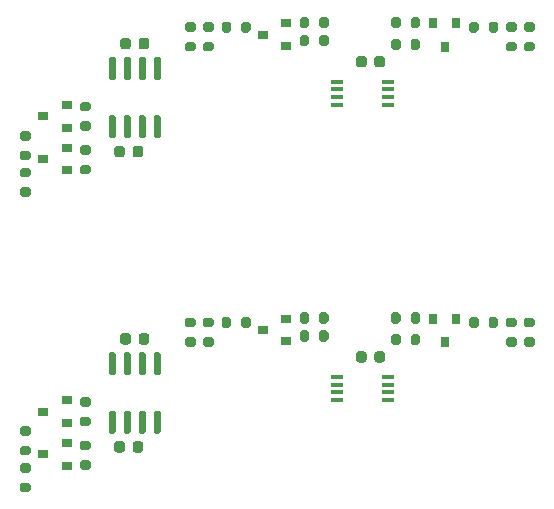
<source format=gbr>
%TF.GenerationSoftware,KiCad,Pcbnew,(5.1.10)-1*%
%TF.CreationDate,2022-01-18T18:11:06+07:00*%
%TF.ProjectId,Fan_controller_v3_pnlz1x2,46616e5f-636f-46e7-9472-6f6c6c65725f,rev?*%
%TF.SameCoordinates,Original*%
%TF.FileFunction,Paste,Top*%
%TF.FilePolarity,Positive*%
%FSLAX46Y46*%
G04 Gerber Fmt 4.6, Leading zero omitted, Abs format (unit mm)*
G04 Created by KiCad (PCBNEW (5.1.10)-1) date 2022-01-18 18:11:06*
%MOMM*%
%LPD*%
G01*
G04 APERTURE LIST*
%ADD10R,0.900000X0.800000*%
%ADD11R,0.800000X0.900000*%
%ADD12R,1.100000X0.400000*%
G04 APERTURE END LIST*
%TO.C,C13*%
G36*
G01*
X75945000Y-67549000D02*
X75945000Y-68049000D01*
G75*
G02*
X75720000Y-68274000I-225000J0D01*
G01*
X75270000Y-68274000D01*
G75*
G02*
X75045000Y-68049000I0J225000D01*
G01*
X75045000Y-67549000D01*
G75*
G02*
X75270000Y-67324000I225000J0D01*
G01*
X75720000Y-67324000D01*
G75*
G02*
X75945000Y-67549000I0J-225000D01*
G01*
G37*
G36*
G01*
X74395000Y-67549000D02*
X74395000Y-68049000D01*
G75*
G02*
X74170000Y-68274000I-225000J0D01*
G01*
X73720000Y-68274000D01*
G75*
G02*
X73495000Y-68049000I0J225000D01*
G01*
X73495000Y-67549000D01*
G75*
G02*
X73720000Y-67324000I225000J0D01*
G01*
X74170000Y-67324000D01*
G75*
G02*
X74395000Y-67549000I0J-225000D01*
G01*
G37*
%TD*%
D10*
%TO.C,Q3*%
X49021000Y-77004000D03*
X49021000Y-75104000D03*
X47021000Y-76054000D03*
%TD*%
%TO.C,Q4*%
X49021000Y-73382000D03*
X49021000Y-71482000D03*
X47021000Y-72432000D03*
%TD*%
%TO.C,R6*%
G36*
G01*
X64565000Y-64603000D02*
X64565000Y-65153000D01*
G75*
G02*
X64365000Y-65353000I-200000J0D01*
G01*
X63965000Y-65353000D01*
G75*
G02*
X63765000Y-65153000I0J200000D01*
G01*
X63765000Y-64603000D01*
G75*
G02*
X63965000Y-64403000I200000J0D01*
G01*
X64365000Y-64403000D01*
G75*
G02*
X64565000Y-64603000I0J-200000D01*
G01*
G37*
G36*
G01*
X62915000Y-64603000D02*
X62915000Y-65153000D01*
G75*
G02*
X62715000Y-65353000I-200000J0D01*
G01*
X62315000Y-65353000D01*
G75*
G02*
X62115000Y-65153000I0J200000D01*
G01*
X62115000Y-64603000D01*
G75*
G02*
X62315000Y-64403000I200000J0D01*
G01*
X62715000Y-64403000D01*
G75*
G02*
X62915000Y-64603000I0J-200000D01*
G01*
G37*
%TD*%
%TO.C,R18*%
G36*
G01*
X83071000Y-65153000D02*
X83071000Y-64603000D01*
G75*
G02*
X83271000Y-64403000I200000J0D01*
G01*
X83671000Y-64403000D01*
G75*
G02*
X83871000Y-64603000I0J-200000D01*
G01*
X83871000Y-65153000D01*
G75*
G02*
X83671000Y-65353000I-200000J0D01*
G01*
X83271000Y-65353000D01*
G75*
G02*
X83071000Y-65153000I0J200000D01*
G01*
G37*
G36*
G01*
X84721000Y-65153000D02*
X84721000Y-64603000D01*
G75*
G02*
X84921000Y-64403000I200000J0D01*
G01*
X85321000Y-64403000D01*
G75*
G02*
X85521000Y-64603000I0J-200000D01*
G01*
X85521000Y-65153000D01*
G75*
G02*
X85321000Y-65353000I-200000J0D01*
G01*
X84921000Y-65353000D01*
G75*
G02*
X84721000Y-65153000I0J200000D01*
G01*
G37*
%TD*%
%TO.C,R9*%
G36*
G01*
X60716000Y-64479000D02*
X61266000Y-64479000D01*
G75*
G02*
X61466000Y-64679000I0J-200000D01*
G01*
X61466000Y-65079000D01*
G75*
G02*
X61266000Y-65279000I-200000J0D01*
G01*
X60716000Y-65279000D01*
G75*
G02*
X60516000Y-65079000I0J200000D01*
G01*
X60516000Y-64679000D01*
G75*
G02*
X60716000Y-64479000I200000J0D01*
G01*
G37*
G36*
G01*
X60716000Y-66129000D02*
X61266000Y-66129000D01*
G75*
G02*
X61466000Y-66329000I0J-200000D01*
G01*
X61466000Y-66729000D01*
G75*
G02*
X61266000Y-66929000I-200000J0D01*
G01*
X60716000Y-66929000D01*
G75*
G02*
X60516000Y-66729000I0J200000D01*
G01*
X60516000Y-66329000D01*
G75*
G02*
X60716000Y-66129000I200000J0D01*
G01*
G37*
%TD*%
%TO.C,R10*%
G36*
G01*
X59192000Y-64479000D02*
X59742000Y-64479000D01*
G75*
G02*
X59942000Y-64679000I0J-200000D01*
G01*
X59942000Y-65079000D01*
G75*
G02*
X59742000Y-65279000I-200000J0D01*
G01*
X59192000Y-65279000D01*
G75*
G02*
X58992000Y-65079000I0J200000D01*
G01*
X58992000Y-64679000D01*
G75*
G02*
X59192000Y-64479000I200000J0D01*
G01*
G37*
G36*
G01*
X59192000Y-66129000D02*
X59742000Y-66129000D01*
G75*
G02*
X59942000Y-66329000I0J-200000D01*
G01*
X59942000Y-66729000D01*
G75*
G02*
X59742000Y-66929000I-200000J0D01*
G01*
X59192000Y-66929000D01*
G75*
G02*
X58992000Y-66729000I0J200000D01*
G01*
X58992000Y-66329000D01*
G75*
G02*
X59192000Y-66129000I200000J0D01*
G01*
G37*
%TD*%
%TO.C,R19*%
G36*
G01*
X87894000Y-64479000D02*
X88444000Y-64479000D01*
G75*
G02*
X88644000Y-64679000I0J-200000D01*
G01*
X88644000Y-65079000D01*
G75*
G02*
X88444000Y-65279000I-200000J0D01*
G01*
X87894000Y-65279000D01*
G75*
G02*
X87694000Y-65079000I0J200000D01*
G01*
X87694000Y-64679000D01*
G75*
G02*
X87894000Y-64479000I200000J0D01*
G01*
G37*
G36*
G01*
X87894000Y-66129000D02*
X88444000Y-66129000D01*
G75*
G02*
X88644000Y-66329000I0J-200000D01*
G01*
X88644000Y-66729000D01*
G75*
G02*
X88444000Y-66929000I-200000J0D01*
G01*
X87894000Y-66929000D01*
G75*
G02*
X87694000Y-66729000I0J200000D01*
G01*
X87694000Y-66329000D01*
G75*
G02*
X87894000Y-66129000I200000J0D01*
G01*
G37*
%TD*%
%TO.C,R20*%
G36*
G01*
X86370000Y-64479000D02*
X86920000Y-64479000D01*
G75*
G02*
X87120000Y-64679000I0J-200000D01*
G01*
X87120000Y-65079000D01*
G75*
G02*
X86920000Y-65279000I-200000J0D01*
G01*
X86370000Y-65279000D01*
G75*
G02*
X86170000Y-65079000I0J200000D01*
G01*
X86170000Y-64679000D01*
G75*
G02*
X86370000Y-64479000I200000J0D01*
G01*
G37*
G36*
G01*
X86370000Y-66129000D02*
X86920000Y-66129000D01*
G75*
G02*
X87120000Y-66329000I0J-200000D01*
G01*
X87120000Y-66729000D01*
G75*
G02*
X86920000Y-66929000I-200000J0D01*
G01*
X86370000Y-66929000D01*
G75*
G02*
X86170000Y-66729000I0J200000D01*
G01*
X86170000Y-66329000D01*
G75*
G02*
X86370000Y-66129000I200000J0D01*
G01*
G37*
%TD*%
%TO.C,R7*%
G36*
G01*
X45222000Y-76797000D02*
X45772000Y-76797000D01*
G75*
G02*
X45972000Y-76997000I0J-200000D01*
G01*
X45972000Y-77397000D01*
G75*
G02*
X45772000Y-77597000I-200000J0D01*
G01*
X45222000Y-77597000D01*
G75*
G02*
X45022000Y-77397000I0J200000D01*
G01*
X45022000Y-76997000D01*
G75*
G02*
X45222000Y-76797000I200000J0D01*
G01*
G37*
G36*
G01*
X45222000Y-78447000D02*
X45772000Y-78447000D01*
G75*
G02*
X45972000Y-78647000I0J-200000D01*
G01*
X45972000Y-79047000D01*
G75*
G02*
X45772000Y-79247000I-200000J0D01*
G01*
X45222000Y-79247000D01*
G75*
G02*
X45022000Y-79047000I0J200000D01*
G01*
X45022000Y-78647000D01*
G75*
G02*
X45222000Y-78447000I200000J0D01*
G01*
G37*
%TD*%
D11*
%TO.C,Q6*%
X81941000Y-64560500D03*
X80041000Y-64560500D03*
X80991000Y-66560500D03*
%TD*%
%TO.C,R2*%
G36*
G01*
X68719000Y-66296000D02*
X68719000Y-65746000D01*
G75*
G02*
X68919000Y-65546000I200000J0D01*
G01*
X69319000Y-65546000D01*
G75*
G02*
X69519000Y-65746000I0J-200000D01*
G01*
X69519000Y-66296000D01*
G75*
G02*
X69319000Y-66496000I-200000J0D01*
G01*
X68919000Y-66496000D01*
G75*
G02*
X68719000Y-66296000I0J200000D01*
G01*
G37*
G36*
G01*
X70369000Y-66296000D02*
X70369000Y-65746000D01*
G75*
G02*
X70569000Y-65546000I200000J0D01*
G01*
X70969000Y-65546000D01*
G75*
G02*
X71169000Y-65746000I0J-200000D01*
G01*
X71169000Y-66296000D01*
G75*
G02*
X70969000Y-66496000I-200000J0D01*
G01*
X70569000Y-66496000D01*
G75*
G02*
X70369000Y-66296000I0J200000D01*
G01*
G37*
%TD*%
%TO.C,R4*%
G36*
G01*
X71169000Y-64222000D02*
X71169000Y-64772000D01*
G75*
G02*
X70969000Y-64972000I-200000J0D01*
G01*
X70569000Y-64972000D01*
G75*
G02*
X70369000Y-64772000I0J200000D01*
G01*
X70369000Y-64222000D01*
G75*
G02*
X70569000Y-64022000I200000J0D01*
G01*
X70969000Y-64022000D01*
G75*
G02*
X71169000Y-64222000I0J-200000D01*
G01*
G37*
G36*
G01*
X69519000Y-64222000D02*
X69519000Y-64772000D01*
G75*
G02*
X69319000Y-64972000I-200000J0D01*
G01*
X68919000Y-64972000D01*
G75*
G02*
X68719000Y-64772000I0J200000D01*
G01*
X68719000Y-64222000D01*
G75*
G02*
X68919000Y-64022000I200000J0D01*
G01*
X69319000Y-64022000D01*
G75*
G02*
X69519000Y-64222000I0J-200000D01*
G01*
G37*
%TD*%
%TO.C,R14*%
G36*
G01*
X76466000Y-66613500D02*
X76466000Y-66063500D01*
G75*
G02*
X76666000Y-65863500I200000J0D01*
G01*
X77066000Y-65863500D01*
G75*
G02*
X77266000Y-66063500I0J-200000D01*
G01*
X77266000Y-66613500D01*
G75*
G02*
X77066000Y-66813500I-200000J0D01*
G01*
X76666000Y-66813500D01*
G75*
G02*
X76466000Y-66613500I0J200000D01*
G01*
G37*
G36*
G01*
X78116000Y-66613500D02*
X78116000Y-66063500D01*
G75*
G02*
X78316000Y-65863500I200000J0D01*
G01*
X78716000Y-65863500D01*
G75*
G02*
X78916000Y-66063500I0J-200000D01*
G01*
X78916000Y-66613500D01*
G75*
G02*
X78716000Y-66813500I-200000J0D01*
G01*
X78316000Y-66813500D01*
G75*
G02*
X78116000Y-66613500I0J200000D01*
G01*
G37*
%TD*%
%TO.C,R8*%
G36*
G01*
X45772000Y-76136500D02*
X45222000Y-76136500D01*
G75*
G02*
X45022000Y-75936500I0J200000D01*
G01*
X45022000Y-75536500D01*
G75*
G02*
X45222000Y-75336500I200000J0D01*
G01*
X45772000Y-75336500D01*
G75*
G02*
X45972000Y-75536500I0J-200000D01*
G01*
X45972000Y-75936500D01*
G75*
G02*
X45772000Y-76136500I-200000J0D01*
G01*
G37*
G36*
G01*
X45772000Y-74486500D02*
X45222000Y-74486500D01*
G75*
G02*
X45022000Y-74286500I0J200000D01*
G01*
X45022000Y-73886500D01*
G75*
G02*
X45222000Y-73686500I200000J0D01*
G01*
X45772000Y-73686500D01*
G75*
G02*
X45972000Y-73886500I0J-200000D01*
G01*
X45972000Y-74286500D01*
G75*
G02*
X45772000Y-74486500I-200000J0D01*
G01*
G37*
%TD*%
%TO.C,R11*%
G36*
G01*
X50302000Y-74892000D02*
X50852000Y-74892000D01*
G75*
G02*
X51052000Y-75092000I0J-200000D01*
G01*
X51052000Y-75492000D01*
G75*
G02*
X50852000Y-75692000I-200000J0D01*
G01*
X50302000Y-75692000D01*
G75*
G02*
X50102000Y-75492000I0J200000D01*
G01*
X50102000Y-75092000D01*
G75*
G02*
X50302000Y-74892000I200000J0D01*
G01*
G37*
G36*
G01*
X50302000Y-76542000D02*
X50852000Y-76542000D01*
G75*
G02*
X51052000Y-76742000I0J-200000D01*
G01*
X51052000Y-77142000D01*
G75*
G02*
X50852000Y-77342000I-200000J0D01*
G01*
X50302000Y-77342000D01*
G75*
G02*
X50102000Y-77142000I0J200000D01*
G01*
X50102000Y-76742000D01*
G75*
G02*
X50302000Y-76542000I200000J0D01*
G01*
G37*
%TD*%
%TO.C,R12*%
G36*
G01*
X50302000Y-71209000D02*
X50852000Y-71209000D01*
G75*
G02*
X51052000Y-71409000I0J-200000D01*
G01*
X51052000Y-71809000D01*
G75*
G02*
X50852000Y-72009000I-200000J0D01*
G01*
X50302000Y-72009000D01*
G75*
G02*
X50102000Y-71809000I0J200000D01*
G01*
X50102000Y-71409000D01*
G75*
G02*
X50302000Y-71209000I200000J0D01*
G01*
G37*
G36*
G01*
X50302000Y-72859000D02*
X50852000Y-72859000D01*
G75*
G02*
X51052000Y-73059000I0J-200000D01*
G01*
X51052000Y-73459000D01*
G75*
G02*
X50852000Y-73659000I-200000J0D01*
G01*
X50302000Y-73659000D01*
G75*
G02*
X50102000Y-73459000I0J200000D01*
G01*
X50102000Y-73059000D01*
G75*
G02*
X50302000Y-72859000I200000J0D01*
G01*
G37*
%TD*%
%TO.C,R16*%
G36*
G01*
X76467000Y-64772000D02*
X76467000Y-64222000D01*
G75*
G02*
X76667000Y-64022000I200000J0D01*
G01*
X77067000Y-64022000D01*
G75*
G02*
X77267000Y-64222000I0J-200000D01*
G01*
X77267000Y-64772000D01*
G75*
G02*
X77067000Y-64972000I-200000J0D01*
G01*
X76667000Y-64972000D01*
G75*
G02*
X76467000Y-64772000I0J200000D01*
G01*
G37*
G36*
G01*
X78117000Y-64772000D02*
X78117000Y-64222000D01*
G75*
G02*
X78317000Y-64022000I200000J0D01*
G01*
X78717000Y-64022000D01*
G75*
G02*
X78917000Y-64222000I0J-200000D01*
G01*
X78917000Y-64772000D01*
G75*
G02*
X78717000Y-64972000I-200000J0D01*
G01*
X78317000Y-64972000D01*
G75*
G02*
X78117000Y-64772000I0J200000D01*
G01*
G37*
%TD*%
%TO.C,U1*%
G36*
G01*
X56523000Y-67397000D02*
X56823000Y-67397000D01*
G75*
G02*
X56973000Y-67547000I0J-150000D01*
G01*
X56973000Y-69197000D01*
G75*
G02*
X56823000Y-69347000I-150000J0D01*
G01*
X56523000Y-69347000D01*
G75*
G02*
X56373000Y-69197000I0J150000D01*
G01*
X56373000Y-67547000D01*
G75*
G02*
X56523000Y-67397000I150000J0D01*
G01*
G37*
G36*
G01*
X55253000Y-67397000D02*
X55553000Y-67397000D01*
G75*
G02*
X55703000Y-67547000I0J-150000D01*
G01*
X55703000Y-69197000D01*
G75*
G02*
X55553000Y-69347000I-150000J0D01*
G01*
X55253000Y-69347000D01*
G75*
G02*
X55103000Y-69197000I0J150000D01*
G01*
X55103000Y-67547000D01*
G75*
G02*
X55253000Y-67397000I150000J0D01*
G01*
G37*
G36*
G01*
X53983000Y-67397000D02*
X54283000Y-67397000D01*
G75*
G02*
X54433000Y-67547000I0J-150000D01*
G01*
X54433000Y-69197000D01*
G75*
G02*
X54283000Y-69347000I-150000J0D01*
G01*
X53983000Y-69347000D01*
G75*
G02*
X53833000Y-69197000I0J150000D01*
G01*
X53833000Y-67547000D01*
G75*
G02*
X53983000Y-67397000I150000J0D01*
G01*
G37*
G36*
G01*
X52713000Y-67397000D02*
X53013000Y-67397000D01*
G75*
G02*
X53163000Y-67547000I0J-150000D01*
G01*
X53163000Y-69197000D01*
G75*
G02*
X53013000Y-69347000I-150000J0D01*
G01*
X52713000Y-69347000D01*
G75*
G02*
X52563000Y-69197000I0J150000D01*
G01*
X52563000Y-67547000D01*
G75*
G02*
X52713000Y-67397000I150000J0D01*
G01*
G37*
G36*
G01*
X52713000Y-72347000D02*
X53013000Y-72347000D01*
G75*
G02*
X53163000Y-72497000I0J-150000D01*
G01*
X53163000Y-74147000D01*
G75*
G02*
X53013000Y-74297000I-150000J0D01*
G01*
X52713000Y-74297000D01*
G75*
G02*
X52563000Y-74147000I0J150000D01*
G01*
X52563000Y-72497000D01*
G75*
G02*
X52713000Y-72347000I150000J0D01*
G01*
G37*
G36*
G01*
X53983000Y-72347000D02*
X54283000Y-72347000D01*
G75*
G02*
X54433000Y-72497000I0J-150000D01*
G01*
X54433000Y-74147000D01*
G75*
G02*
X54283000Y-74297000I-150000J0D01*
G01*
X53983000Y-74297000D01*
G75*
G02*
X53833000Y-74147000I0J150000D01*
G01*
X53833000Y-72497000D01*
G75*
G02*
X53983000Y-72347000I150000J0D01*
G01*
G37*
G36*
G01*
X55253000Y-72347000D02*
X55553000Y-72347000D01*
G75*
G02*
X55703000Y-72497000I0J-150000D01*
G01*
X55703000Y-74147000D01*
G75*
G02*
X55553000Y-74297000I-150000J0D01*
G01*
X55253000Y-74297000D01*
G75*
G02*
X55103000Y-74147000I0J150000D01*
G01*
X55103000Y-72497000D01*
G75*
G02*
X55253000Y-72347000I150000J0D01*
G01*
G37*
G36*
G01*
X56523000Y-72347000D02*
X56823000Y-72347000D01*
G75*
G02*
X56973000Y-72497000I0J-150000D01*
G01*
X56973000Y-74147000D01*
G75*
G02*
X56823000Y-74297000I-150000J0D01*
G01*
X56523000Y-74297000D01*
G75*
G02*
X56373000Y-74147000I0J150000D01*
G01*
X56373000Y-72497000D01*
G75*
G02*
X56523000Y-72347000I150000J0D01*
G01*
G37*
%TD*%
D12*
%TO.C,U2*%
X71922000Y-69491000D03*
X71922000Y-70141000D03*
X71922000Y-70791000D03*
X71922000Y-71441000D03*
X76222000Y-71441000D03*
X76222000Y-70791000D03*
X76222000Y-70141000D03*
X76222000Y-69491000D03*
%TD*%
%TO.C,C8*%
G36*
G01*
X53530000Y-66525000D02*
X53530000Y-66025000D01*
G75*
G02*
X53755000Y-65800000I225000J0D01*
G01*
X54205000Y-65800000D01*
G75*
G02*
X54430000Y-66025000I0J-225000D01*
G01*
X54430000Y-66525000D01*
G75*
G02*
X54205000Y-66750000I-225000J0D01*
G01*
X53755000Y-66750000D01*
G75*
G02*
X53530000Y-66525000I0J225000D01*
G01*
G37*
G36*
G01*
X55080000Y-66525000D02*
X55080000Y-66025000D01*
G75*
G02*
X55305000Y-65800000I225000J0D01*
G01*
X55755000Y-65800000D01*
G75*
G02*
X55980000Y-66025000I0J-225000D01*
G01*
X55980000Y-66525000D01*
G75*
G02*
X55755000Y-66750000I-225000J0D01*
G01*
X55305000Y-66750000D01*
G75*
G02*
X55080000Y-66525000I0J225000D01*
G01*
G37*
%TD*%
%TO.C,C10*%
G36*
G01*
X53022000Y-75669000D02*
X53022000Y-75169000D01*
G75*
G02*
X53247000Y-74944000I225000J0D01*
G01*
X53697000Y-74944000D01*
G75*
G02*
X53922000Y-75169000I0J-225000D01*
G01*
X53922000Y-75669000D01*
G75*
G02*
X53697000Y-75894000I-225000J0D01*
G01*
X53247000Y-75894000D01*
G75*
G02*
X53022000Y-75669000I0J225000D01*
G01*
G37*
G36*
G01*
X54572000Y-75669000D02*
X54572000Y-75169000D01*
G75*
G02*
X54797000Y-74944000I225000J0D01*
G01*
X55247000Y-74944000D01*
G75*
G02*
X55472000Y-75169000I0J-225000D01*
G01*
X55472000Y-75669000D01*
G75*
G02*
X55247000Y-75894000I-225000J0D01*
G01*
X54797000Y-75894000D01*
G75*
G02*
X54572000Y-75669000I0J225000D01*
G01*
G37*
%TD*%
D10*
%TO.C,Q2*%
X67595000Y-66460500D03*
X67595000Y-64560500D03*
X65595000Y-65510500D03*
%TD*%
%TO.C,U1*%
G36*
G01*
X56523000Y-47347000D02*
X56823000Y-47347000D01*
G75*
G02*
X56973000Y-47497000I0J-150000D01*
G01*
X56973000Y-49147000D01*
G75*
G02*
X56823000Y-49297000I-150000J0D01*
G01*
X56523000Y-49297000D01*
G75*
G02*
X56373000Y-49147000I0J150000D01*
G01*
X56373000Y-47497000D01*
G75*
G02*
X56523000Y-47347000I150000J0D01*
G01*
G37*
G36*
G01*
X55253000Y-47347000D02*
X55553000Y-47347000D01*
G75*
G02*
X55703000Y-47497000I0J-150000D01*
G01*
X55703000Y-49147000D01*
G75*
G02*
X55553000Y-49297000I-150000J0D01*
G01*
X55253000Y-49297000D01*
G75*
G02*
X55103000Y-49147000I0J150000D01*
G01*
X55103000Y-47497000D01*
G75*
G02*
X55253000Y-47347000I150000J0D01*
G01*
G37*
G36*
G01*
X53983000Y-47347000D02*
X54283000Y-47347000D01*
G75*
G02*
X54433000Y-47497000I0J-150000D01*
G01*
X54433000Y-49147000D01*
G75*
G02*
X54283000Y-49297000I-150000J0D01*
G01*
X53983000Y-49297000D01*
G75*
G02*
X53833000Y-49147000I0J150000D01*
G01*
X53833000Y-47497000D01*
G75*
G02*
X53983000Y-47347000I150000J0D01*
G01*
G37*
G36*
G01*
X52713000Y-47347000D02*
X53013000Y-47347000D01*
G75*
G02*
X53163000Y-47497000I0J-150000D01*
G01*
X53163000Y-49147000D01*
G75*
G02*
X53013000Y-49297000I-150000J0D01*
G01*
X52713000Y-49297000D01*
G75*
G02*
X52563000Y-49147000I0J150000D01*
G01*
X52563000Y-47497000D01*
G75*
G02*
X52713000Y-47347000I150000J0D01*
G01*
G37*
G36*
G01*
X52713000Y-42397000D02*
X53013000Y-42397000D01*
G75*
G02*
X53163000Y-42547000I0J-150000D01*
G01*
X53163000Y-44197000D01*
G75*
G02*
X53013000Y-44347000I-150000J0D01*
G01*
X52713000Y-44347000D01*
G75*
G02*
X52563000Y-44197000I0J150000D01*
G01*
X52563000Y-42547000D01*
G75*
G02*
X52713000Y-42397000I150000J0D01*
G01*
G37*
G36*
G01*
X53983000Y-42397000D02*
X54283000Y-42397000D01*
G75*
G02*
X54433000Y-42547000I0J-150000D01*
G01*
X54433000Y-44197000D01*
G75*
G02*
X54283000Y-44347000I-150000J0D01*
G01*
X53983000Y-44347000D01*
G75*
G02*
X53833000Y-44197000I0J150000D01*
G01*
X53833000Y-42547000D01*
G75*
G02*
X53983000Y-42397000I150000J0D01*
G01*
G37*
G36*
G01*
X55253000Y-42397000D02*
X55553000Y-42397000D01*
G75*
G02*
X55703000Y-42547000I0J-150000D01*
G01*
X55703000Y-44197000D01*
G75*
G02*
X55553000Y-44347000I-150000J0D01*
G01*
X55253000Y-44347000D01*
G75*
G02*
X55103000Y-44197000I0J150000D01*
G01*
X55103000Y-42547000D01*
G75*
G02*
X55253000Y-42397000I150000J0D01*
G01*
G37*
G36*
G01*
X56523000Y-42397000D02*
X56823000Y-42397000D01*
G75*
G02*
X56973000Y-42547000I0J-150000D01*
G01*
X56973000Y-44197000D01*
G75*
G02*
X56823000Y-44347000I-150000J0D01*
G01*
X56523000Y-44347000D01*
G75*
G02*
X56373000Y-44197000I0J150000D01*
G01*
X56373000Y-42547000D01*
G75*
G02*
X56523000Y-42397000I150000J0D01*
G01*
G37*
%TD*%
%TO.C,R16*%
G36*
G01*
X78117000Y-39772000D02*
X78117000Y-39222000D01*
G75*
G02*
X78317000Y-39022000I200000J0D01*
G01*
X78717000Y-39022000D01*
G75*
G02*
X78917000Y-39222000I0J-200000D01*
G01*
X78917000Y-39772000D01*
G75*
G02*
X78717000Y-39972000I-200000J0D01*
G01*
X78317000Y-39972000D01*
G75*
G02*
X78117000Y-39772000I0J200000D01*
G01*
G37*
G36*
G01*
X76467000Y-39772000D02*
X76467000Y-39222000D01*
G75*
G02*
X76667000Y-39022000I200000J0D01*
G01*
X77067000Y-39022000D01*
G75*
G02*
X77267000Y-39222000I0J-200000D01*
G01*
X77267000Y-39772000D01*
G75*
G02*
X77067000Y-39972000I-200000J0D01*
G01*
X76667000Y-39972000D01*
G75*
G02*
X76467000Y-39772000I0J200000D01*
G01*
G37*
%TD*%
%TO.C,R14*%
G36*
G01*
X78116000Y-41613500D02*
X78116000Y-41063500D01*
G75*
G02*
X78316000Y-40863500I200000J0D01*
G01*
X78716000Y-40863500D01*
G75*
G02*
X78916000Y-41063500I0J-200000D01*
G01*
X78916000Y-41613500D01*
G75*
G02*
X78716000Y-41813500I-200000J0D01*
G01*
X78316000Y-41813500D01*
G75*
G02*
X78116000Y-41613500I0J200000D01*
G01*
G37*
G36*
G01*
X76466000Y-41613500D02*
X76466000Y-41063500D01*
G75*
G02*
X76666000Y-40863500I200000J0D01*
G01*
X77066000Y-40863500D01*
G75*
G02*
X77266000Y-41063500I0J-200000D01*
G01*
X77266000Y-41613500D01*
G75*
G02*
X77066000Y-41813500I-200000J0D01*
G01*
X76666000Y-41813500D01*
G75*
G02*
X76466000Y-41613500I0J200000D01*
G01*
G37*
%TD*%
%TO.C,R4*%
G36*
G01*
X69519000Y-39222000D02*
X69519000Y-39772000D01*
G75*
G02*
X69319000Y-39972000I-200000J0D01*
G01*
X68919000Y-39972000D01*
G75*
G02*
X68719000Y-39772000I0J200000D01*
G01*
X68719000Y-39222000D01*
G75*
G02*
X68919000Y-39022000I200000J0D01*
G01*
X69319000Y-39022000D01*
G75*
G02*
X69519000Y-39222000I0J-200000D01*
G01*
G37*
G36*
G01*
X71169000Y-39222000D02*
X71169000Y-39772000D01*
G75*
G02*
X70969000Y-39972000I-200000J0D01*
G01*
X70569000Y-39972000D01*
G75*
G02*
X70369000Y-39772000I0J200000D01*
G01*
X70369000Y-39222000D01*
G75*
G02*
X70569000Y-39022000I200000J0D01*
G01*
X70969000Y-39022000D01*
G75*
G02*
X71169000Y-39222000I0J-200000D01*
G01*
G37*
%TD*%
%TO.C,R2*%
G36*
G01*
X70369000Y-41296000D02*
X70369000Y-40746000D01*
G75*
G02*
X70569000Y-40546000I200000J0D01*
G01*
X70969000Y-40546000D01*
G75*
G02*
X71169000Y-40746000I0J-200000D01*
G01*
X71169000Y-41296000D01*
G75*
G02*
X70969000Y-41496000I-200000J0D01*
G01*
X70569000Y-41496000D01*
G75*
G02*
X70369000Y-41296000I0J200000D01*
G01*
G37*
G36*
G01*
X68719000Y-41296000D02*
X68719000Y-40746000D01*
G75*
G02*
X68919000Y-40546000I200000J0D01*
G01*
X69319000Y-40546000D01*
G75*
G02*
X69519000Y-40746000I0J-200000D01*
G01*
X69519000Y-41296000D01*
G75*
G02*
X69319000Y-41496000I-200000J0D01*
G01*
X68919000Y-41496000D01*
G75*
G02*
X68719000Y-41296000I0J200000D01*
G01*
G37*
%TD*%
D11*
%TO.C,Q6*%
X80991000Y-41560500D03*
X80041000Y-39560500D03*
X81941000Y-39560500D03*
%TD*%
D10*
%TO.C,Q2*%
X65595000Y-40510500D03*
X67595000Y-39560500D03*
X67595000Y-41460500D03*
%TD*%
%TO.C,C10*%
G36*
G01*
X54572000Y-50669000D02*
X54572000Y-50169000D01*
G75*
G02*
X54797000Y-49944000I225000J0D01*
G01*
X55247000Y-49944000D01*
G75*
G02*
X55472000Y-50169000I0J-225000D01*
G01*
X55472000Y-50669000D01*
G75*
G02*
X55247000Y-50894000I-225000J0D01*
G01*
X54797000Y-50894000D01*
G75*
G02*
X54572000Y-50669000I0J225000D01*
G01*
G37*
G36*
G01*
X53022000Y-50669000D02*
X53022000Y-50169000D01*
G75*
G02*
X53247000Y-49944000I225000J0D01*
G01*
X53697000Y-49944000D01*
G75*
G02*
X53922000Y-50169000I0J-225000D01*
G01*
X53922000Y-50669000D01*
G75*
G02*
X53697000Y-50894000I-225000J0D01*
G01*
X53247000Y-50894000D01*
G75*
G02*
X53022000Y-50669000I0J225000D01*
G01*
G37*
%TD*%
%TO.C,C8*%
G36*
G01*
X55080000Y-41525000D02*
X55080000Y-41025000D01*
G75*
G02*
X55305000Y-40800000I225000J0D01*
G01*
X55755000Y-40800000D01*
G75*
G02*
X55980000Y-41025000I0J-225000D01*
G01*
X55980000Y-41525000D01*
G75*
G02*
X55755000Y-41750000I-225000J0D01*
G01*
X55305000Y-41750000D01*
G75*
G02*
X55080000Y-41525000I0J225000D01*
G01*
G37*
G36*
G01*
X53530000Y-41525000D02*
X53530000Y-41025000D01*
G75*
G02*
X53755000Y-40800000I225000J0D01*
G01*
X54205000Y-40800000D01*
G75*
G02*
X54430000Y-41025000I0J-225000D01*
G01*
X54430000Y-41525000D01*
G75*
G02*
X54205000Y-41750000I-225000J0D01*
G01*
X53755000Y-41750000D01*
G75*
G02*
X53530000Y-41525000I0J225000D01*
G01*
G37*
%TD*%
D12*
%TO.C,U2*%
X76222000Y-44491000D03*
X76222000Y-45141000D03*
X76222000Y-45791000D03*
X76222000Y-46441000D03*
X71922000Y-46441000D03*
X71922000Y-45791000D03*
X71922000Y-45141000D03*
X71922000Y-44491000D03*
%TD*%
%TO.C,R12*%
G36*
G01*
X50302000Y-47859000D02*
X50852000Y-47859000D01*
G75*
G02*
X51052000Y-48059000I0J-200000D01*
G01*
X51052000Y-48459000D01*
G75*
G02*
X50852000Y-48659000I-200000J0D01*
G01*
X50302000Y-48659000D01*
G75*
G02*
X50102000Y-48459000I0J200000D01*
G01*
X50102000Y-48059000D01*
G75*
G02*
X50302000Y-47859000I200000J0D01*
G01*
G37*
G36*
G01*
X50302000Y-46209000D02*
X50852000Y-46209000D01*
G75*
G02*
X51052000Y-46409000I0J-200000D01*
G01*
X51052000Y-46809000D01*
G75*
G02*
X50852000Y-47009000I-200000J0D01*
G01*
X50302000Y-47009000D01*
G75*
G02*
X50102000Y-46809000I0J200000D01*
G01*
X50102000Y-46409000D01*
G75*
G02*
X50302000Y-46209000I200000J0D01*
G01*
G37*
%TD*%
%TO.C,R11*%
G36*
G01*
X50302000Y-51542000D02*
X50852000Y-51542000D01*
G75*
G02*
X51052000Y-51742000I0J-200000D01*
G01*
X51052000Y-52142000D01*
G75*
G02*
X50852000Y-52342000I-200000J0D01*
G01*
X50302000Y-52342000D01*
G75*
G02*
X50102000Y-52142000I0J200000D01*
G01*
X50102000Y-51742000D01*
G75*
G02*
X50302000Y-51542000I200000J0D01*
G01*
G37*
G36*
G01*
X50302000Y-49892000D02*
X50852000Y-49892000D01*
G75*
G02*
X51052000Y-50092000I0J-200000D01*
G01*
X51052000Y-50492000D01*
G75*
G02*
X50852000Y-50692000I-200000J0D01*
G01*
X50302000Y-50692000D01*
G75*
G02*
X50102000Y-50492000I0J200000D01*
G01*
X50102000Y-50092000D01*
G75*
G02*
X50302000Y-49892000I200000J0D01*
G01*
G37*
%TD*%
%TO.C,R8*%
G36*
G01*
X45772000Y-49486500D02*
X45222000Y-49486500D01*
G75*
G02*
X45022000Y-49286500I0J200000D01*
G01*
X45022000Y-48886500D01*
G75*
G02*
X45222000Y-48686500I200000J0D01*
G01*
X45772000Y-48686500D01*
G75*
G02*
X45972000Y-48886500I0J-200000D01*
G01*
X45972000Y-49286500D01*
G75*
G02*
X45772000Y-49486500I-200000J0D01*
G01*
G37*
G36*
G01*
X45772000Y-51136500D02*
X45222000Y-51136500D01*
G75*
G02*
X45022000Y-50936500I0J200000D01*
G01*
X45022000Y-50536500D01*
G75*
G02*
X45222000Y-50336500I200000J0D01*
G01*
X45772000Y-50336500D01*
G75*
G02*
X45972000Y-50536500I0J-200000D01*
G01*
X45972000Y-50936500D01*
G75*
G02*
X45772000Y-51136500I-200000J0D01*
G01*
G37*
%TD*%
%TO.C,R7*%
G36*
G01*
X45222000Y-53447000D02*
X45772000Y-53447000D01*
G75*
G02*
X45972000Y-53647000I0J-200000D01*
G01*
X45972000Y-54047000D01*
G75*
G02*
X45772000Y-54247000I-200000J0D01*
G01*
X45222000Y-54247000D01*
G75*
G02*
X45022000Y-54047000I0J200000D01*
G01*
X45022000Y-53647000D01*
G75*
G02*
X45222000Y-53447000I200000J0D01*
G01*
G37*
G36*
G01*
X45222000Y-51797000D02*
X45772000Y-51797000D01*
G75*
G02*
X45972000Y-51997000I0J-200000D01*
G01*
X45972000Y-52397000D01*
G75*
G02*
X45772000Y-52597000I-200000J0D01*
G01*
X45222000Y-52597000D01*
G75*
G02*
X45022000Y-52397000I0J200000D01*
G01*
X45022000Y-51997000D01*
G75*
G02*
X45222000Y-51797000I200000J0D01*
G01*
G37*
%TD*%
%TO.C,R20*%
G36*
G01*
X86370000Y-41129000D02*
X86920000Y-41129000D01*
G75*
G02*
X87120000Y-41329000I0J-200000D01*
G01*
X87120000Y-41729000D01*
G75*
G02*
X86920000Y-41929000I-200000J0D01*
G01*
X86370000Y-41929000D01*
G75*
G02*
X86170000Y-41729000I0J200000D01*
G01*
X86170000Y-41329000D01*
G75*
G02*
X86370000Y-41129000I200000J0D01*
G01*
G37*
G36*
G01*
X86370000Y-39479000D02*
X86920000Y-39479000D01*
G75*
G02*
X87120000Y-39679000I0J-200000D01*
G01*
X87120000Y-40079000D01*
G75*
G02*
X86920000Y-40279000I-200000J0D01*
G01*
X86370000Y-40279000D01*
G75*
G02*
X86170000Y-40079000I0J200000D01*
G01*
X86170000Y-39679000D01*
G75*
G02*
X86370000Y-39479000I200000J0D01*
G01*
G37*
%TD*%
%TO.C,R19*%
G36*
G01*
X87894000Y-41129000D02*
X88444000Y-41129000D01*
G75*
G02*
X88644000Y-41329000I0J-200000D01*
G01*
X88644000Y-41729000D01*
G75*
G02*
X88444000Y-41929000I-200000J0D01*
G01*
X87894000Y-41929000D01*
G75*
G02*
X87694000Y-41729000I0J200000D01*
G01*
X87694000Y-41329000D01*
G75*
G02*
X87894000Y-41129000I200000J0D01*
G01*
G37*
G36*
G01*
X87894000Y-39479000D02*
X88444000Y-39479000D01*
G75*
G02*
X88644000Y-39679000I0J-200000D01*
G01*
X88644000Y-40079000D01*
G75*
G02*
X88444000Y-40279000I-200000J0D01*
G01*
X87894000Y-40279000D01*
G75*
G02*
X87694000Y-40079000I0J200000D01*
G01*
X87694000Y-39679000D01*
G75*
G02*
X87894000Y-39479000I200000J0D01*
G01*
G37*
%TD*%
%TO.C,R10*%
G36*
G01*
X59192000Y-41129000D02*
X59742000Y-41129000D01*
G75*
G02*
X59942000Y-41329000I0J-200000D01*
G01*
X59942000Y-41729000D01*
G75*
G02*
X59742000Y-41929000I-200000J0D01*
G01*
X59192000Y-41929000D01*
G75*
G02*
X58992000Y-41729000I0J200000D01*
G01*
X58992000Y-41329000D01*
G75*
G02*
X59192000Y-41129000I200000J0D01*
G01*
G37*
G36*
G01*
X59192000Y-39479000D02*
X59742000Y-39479000D01*
G75*
G02*
X59942000Y-39679000I0J-200000D01*
G01*
X59942000Y-40079000D01*
G75*
G02*
X59742000Y-40279000I-200000J0D01*
G01*
X59192000Y-40279000D01*
G75*
G02*
X58992000Y-40079000I0J200000D01*
G01*
X58992000Y-39679000D01*
G75*
G02*
X59192000Y-39479000I200000J0D01*
G01*
G37*
%TD*%
%TO.C,R9*%
G36*
G01*
X60716000Y-41129000D02*
X61266000Y-41129000D01*
G75*
G02*
X61466000Y-41329000I0J-200000D01*
G01*
X61466000Y-41729000D01*
G75*
G02*
X61266000Y-41929000I-200000J0D01*
G01*
X60716000Y-41929000D01*
G75*
G02*
X60516000Y-41729000I0J200000D01*
G01*
X60516000Y-41329000D01*
G75*
G02*
X60716000Y-41129000I200000J0D01*
G01*
G37*
G36*
G01*
X60716000Y-39479000D02*
X61266000Y-39479000D01*
G75*
G02*
X61466000Y-39679000I0J-200000D01*
G01*
X61466000Y-40079000D01*
G75*
G02*
X61266000Y-40279000I-200000J0D01*
G01*
X60716000Y-40279000D01*
G75*
G02*
X60516000Y-40079000I0J200000D01*
G01*
X60516000Y-39679000D01*
G75*
G02*
X60716000Y-39479000I200000J0D01*
G01*
G37*
%TD*%
%TO.C,R18*%
G36*
G01*
X84721000Y-40153000D02*
X84721000Y-39603000D01*
G75*
G02*
X84921000Y-39403000I200000J0D01*
G01*
X85321000Y-39403000D01*
G75*
G02*
X85521000Y-39603000I0J-200000D01*
G01*
X85521000Y-40153000D01*
G75*
G02*
X85321000Y-40353000I-200000J0D01*
G01*
X84921000Y-40353000D01*
G75*
G02*
X84721000Y-40153000I0J200000D01*
G01*
G37*
G36*
G01*
X83071000Y-40153000D02*
X83071000Y-39603000D01*
G75*
G02*
X83271000Y-39403000I200000J0D01*
G01*
X83671000Y-39403000D01*
G75*
G02*
X83871000Y-39603000I0J-200000D01*
G01*
X83871000Y-40153000D01*
G75*
G02*
X83671000Y-40353000I-200000J0D01*
G01*
X83271000Y-40353000D01*
G75*
G02*
X83071000Y-40153000I0J200000D01*
G01*
G37*
%TD*%
%TO.C,R6*%
G36*
G01*
X62915000Y-39603000D02*
X62915000Y-40153000D01*
G75*
G02*
X62715000Y-40353000I-200000J0D01*
G01*
X62315000Y-40353000D01*
G75*
G02*
X62115000Y-40153000I0J200000D01*
G01*
X62115000Y-39603000D01*
G75*
G02*
X62315000Y-39403000I200000J0D01*
G01*
X62715000Y-39403000D01*
G75*
G02*
X62915000Y-39603000I0J-200000D01*
G01*
G37*
G36*
G01*
X64565000Y-39603000D02*
X64565000Y-40153000D01*
G75*
G02*
X64365000Y-40353000I-200000J0D01*
G01*
X63965000Y-40353000D01*
G75*
G02*
X63765000Y-40153000I0J200000D01*
G01*
X63765000Y-39603000D01*
G75*
G02*
X63965000Y-39403000I200000J0D01*
G01*
X64365000Y-39403000D01*
G75*
G02*
X64565000Y-39603000I0J-200000D01*
G01*
G37*
%TD*%
D10*
%TO.C,Q4*%
X47021000Y-47432000D03*
X49021000Y-46482000D03*
X49021000Y-48382000D03*
%TD*%
%TO.C,Q3*%
X47021000Y-51054000D03*
X49021000Y-50104000D03*
X49021000Y-52004000D03*
%TD*%
%TO.C,C13*%
G36*
G01*
X74395000Y-42549000D02*
X74395000Y-43049000D01*
G75*
G02*
X74170000Y-43274000I-225000J0D01*
G01*
X73720000Y-43274000D01*
G75*
G02*
X73495000Y-43049000I0J225000D01*
G01*
X73495000Y-42549000D01*
G75*
G02*
X73720000Y-42324000I225000J0D01*
G01*
X74170000Y-42324000D01*
G75*
G02*
X74395000Y-42549000I0J-225000D01*
G01*
G37*
G36*
G01*
X75945000Y-42549000D02*
X75945000Y-43049000D01*
G75*
G02*
X75720000Y-43274000I-225000J0D01*
G01*
X75270000Y-43274000D01*
G75*
G02*
X75045000Y-43049000I0J225000D01*
G01*
X75045000Y-42549000D01*
G75*
G02*
X75270000Y-42324000I225000J0D01*
G01*
X75720000Y-42324000D01*
G75*
G02*
X75945000Y-42549000I0J-225000D01*
G01*
G37*
%TD*%
M02*

</source>
